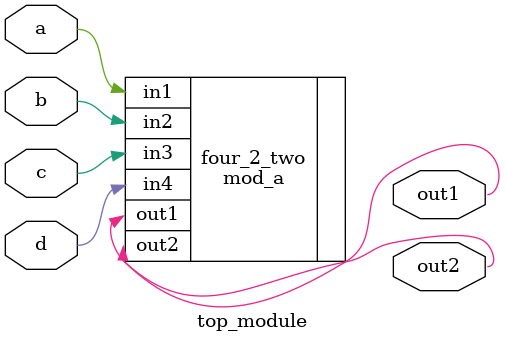
<source format=v>
module top_module ( 
    input a, 
    input b, 
    input c,
    input d,
    output out1,
    output out2
);
    mod_a four_2_two(.in1(a), .in2(b), .in3(c), .in4(d), .out1(out1), .out2(out2) );

endmodule

</source>
